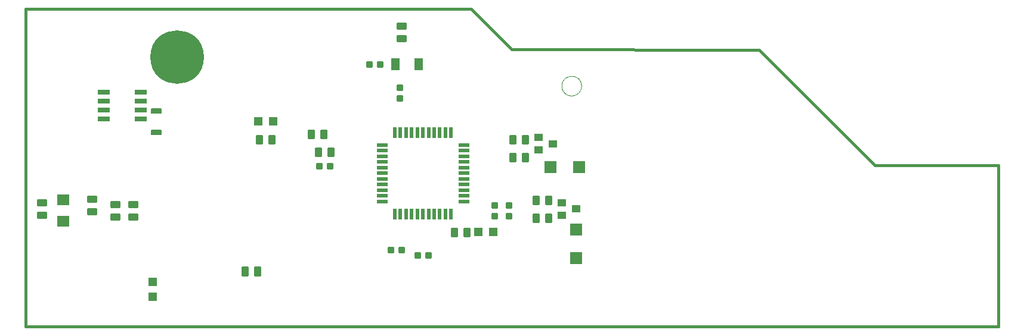
<source format=gtp>
G75*
%MOIN*%
%OFA0B0*%
%FSLAX25Y25*%
%IPPOS*%
%LPD*%
%AMOC8*
5,1,8,0,0,1.08239X$1,22.5*
%
%ADD10C,0.01500*%
%ADD11C,0.00000*%
%ADD12R,0.06969X0.07087*%
%ADD13C,0.01000*%
%ADD14R,0.04500X0.04000*%
%ADD15R,0.07087X0.06969*%
%ADD16R,0.06500X0.02500*%
%ADD17C,0.00600*%
%ADD18C,0.30000*%
%ADD19R,0.05906X0.01969*%
%ADD20R,0.01969X0.05906*%
%ADD21C,0.00875*%
%ADD22R,0.04724X0.07087*%
%ADD23R,0.04724X0.04724*%
%ADD24R,0.06600X0.06000*%
D10*
X0001750Y0006000D02*
X0545321Y0006000D01*
X0545321Y0096512D01*
X0476238Y0096512D01*
X0411750Y0161000D01*
X0273404Y0161512D01*
X0250864Y0184051D01*
X0001750Y0184051D01*
X0001750Y0006000D01*
D11*
X0301238Y0141000D02*
X0301240Y0141148D01*
X0301246Y0141296D01*
X0301256Y0141444D01*
X0301270Y0141591D01*
X0301288Y0141738D01*
X0301309Y0141884D01*
X0301335Y0142030D01*
X0301365Y0142175D01*
X0301398Y0142319D01*
X0301436Y0142462D01*
X0301477Y0142604D01*
X0301522Y0142745D01*
X0301570Y0142885D01*
X0301623Y0143024D01*
X0301679Y0143161D01*
X0301739Y0143296D01*
X0301802Y0143430D01*
X0301869Y0143562D01*
X0301940Y0143692D01*
X0302014Y0143820D01*
X0302091Y0143946D01*
X0302172Y0144070D01*
X0302256Y0144192D01*
X0302343Y0144311D01*
X0302434Y0144428D01*
X0302528Y0144543D01*
X0302624Y0144655D01*
X0302724Y0144765D01*
X0302826Y0144871D01*
X0302932Y0144975D01*
X0303040Y0145076D01*
X0303151Y0145174D01*
X0303264Y0145270D01*
X0303380Y0145362D01*
X0303498Y0145451D01*
X0303619Y0145536D01*
X0303742Y0145619D01*
X0303867Y0145698D01*
X0303994Y0145774D01*
X0304123Y0145846D01*
X0304254Y0145915D01*
X0304387Y0145980D01*
X0304522Y0146041D01*
X0304658Y0146099D01*
X0304795Y0146154D01*
X0304934Y0146204D01*
X0305075Y0146251D01*
X0305216Y0146294D01*
X0305359Y0146334D01*
X0305503Y0146369D01*
X0305647Y0146401D01*
X0305793Y0146428D01*
X0305939Y0146452D01*
X0306086Y0146472D01*
X0306233Y0146488D01*
X0306380Y0146500D01*
X0306528Y0146508D01*
X0306676Y0146512D01*
X0306824Y0146512D01*
X0306972Y0146508D01*
X0307120Y0146500D01*
X0307267Y0146488D01*
X0307414Y0146472D01*
X0307561Y0146452D01*
X0307707Y0146428D01*
X0307853Y0146401D01*
X0307997Y0146369D01*
X0308141Y0146334D01*
X0308284Y0146294D01*
X0308425Y0146251D01*
X0308566Y0146204D01*
X0308705Y0146154D01*
X0308842Y0146099D01*
X0308978Y0146041D01*
X0309113Y0145980D01*
X0309246Y0145915D01*
X0309377Y0145846D01*
X0309506Y0145774D01*
X0309633Y0145698D01*
X0309758Y0145619D01*
X0309881Y0145536D01*
X0310002Y0145451D01*
X0310120Y0145362D01*
X0310236Y0145270D01*
X0310349Y0145174D01*
X0310460Y0145076D01*
X0310568Y0144975D01*
X0310674Y0144871D01*
X0310776Y0144765D01*
X0310876Y0144655D01*
X0310972Y0144543D01*
X0311066Y0144428D01*
X0311157Y0144311D01*
X0311244Y0144192D01*
X0311328Y0144070D01*
X0311409Y0143946D01*
X0311486Y0143820D01*
X0311560Y0143692D01*
X0311631Y0143562D01*
X0311698Y0143430D01*
X0311761Y0143296D01*
X0311821Y0143161D01*
X0311877Y0143024D01*
X0311930Y0142885D01*
X0311978Y0142745D01*
X0312023Y0142604D01*
X0312064Y0142462D01*
X0312102Y0142319D01*
X0312135Y0142175D01*
X0312165Y0142030D01*
X0312191Y0141884D01*
X0312212Y0141738D01*
X0312230Y0141591D01*
X0312244Y0141444D01*
X0312254Y0141296D01*
X0312260Y0141148D01*
X0312262Y0141000D01*
X0312260Y0140852D01*
X0312254Y0140704D01*
X0312244Y0140556D01*
X0312230Y0140409D01*
X0312212Y0140262D01*
X0312191Y0140116D01*
X0312165Y0139970D01*
X0312135Y0139825D01*
X0312102Y0139681D01*
X0312064Y0139538D01*
X0312023Y0139396D01*
X0311978Y0139255D01*
X0311930Y0139115D01*
X0311877Y0138976D01*
X0311821Y0138839D01*
X0311761Y0138704D01*
X0311698Y0138570D01*
X0311631Y0138438D01*
X0311560Y0138308D01*
X0311486Y0138180D01*
X0311409Y0138054D01*
X0311328Y0137930D01*
X0311244Y0137808D01*
X0311157Y0137689D01*
X0311066Y0137572D01*
X0310972Y0137457D01*
X0310876Y0137345D01*
X0310776Y0137235D01*
X0310674Y0137129D01*
X0310568Y0137025D01*
X0310460Y0136924D01*
X0310349Y0136826D01*
X0310236Y0136730D01*
X0310120Y0136638D01*
X0310002Y0136549D01*
X0309881Y0136464D01*
X0309758Y0136381D01*
X0309633Y0136302D01*
X0309506Y0136226D01*
X0309377Y0136154D01*
X0309246Y0136085D01*
X0309113Y0136020D01*
X0308978Y0135959D01*
X0308842Y0135901D01*
X0308705Y0135846D01*
X0308566Y0135796D01*
X0308425Y0135749D01*
X0308284Y0135706D01*
X0308141Y0135666D01*
X0307997Y0135631D01*
X0307853Y0135599D01*
X0307707Y0135572D01*
X0307561Y0135548D01*
X0307414Y0135528D01*
X0307267Y0135512D01*
X0307120Y0135500D01*
X0306972Y0135492D01*
X0306824Y0135488D01*
X0306676Y0135488D01*
X0306528Y0135492D01*
X0306380Y0135500D01*
X0306233Y0135512D01*
X0306086Y0135528D01*
X0305939Y0135548D01*
X0305793Y0135572D01*
X0305647Y0135599D01*
X0305503Y0135631D01*
X0305359Y0135666D01*
X0305216Y0135706D01*
X0305075Y0135749D01*
X0304934Y0135796D01*
X0304795Y0135846D01*
X0304658Y0135901D01*
X0304522Y0135959D01*
X0304387Y0136020D01*
X0304254Y0136085D01*
X0304123Y0136154D01*
X0303994Y0136226D01*
X0303867Y0136302D01*
X0303742Y0136381D01*
X0303619Y0136464D01*
X0303498Y0136549D01*
X0303380Y0136638D01*
X0303264Y0136730D01*
X0303151Y0136826D01*
X0303040Y0136924D01*
X0302932Y0137025D01*
X0302826Y0137129D01*
X0302724Y0137235D01*
X0302624Y0137345D01*
X0302528Y0137457D01*
X0302434Y0137572D01*
X0302343Y0137689D01*
X0302256Y0137808D01*
X0302172Y0137930D01*
X0302091Y0138054D01*
X0302014Y0138180D01*
X0301940Y0138308D01*
X0301869Y0138438D01*
X0301802Y0138570D01*
X0301739Y0138704D01*
X0301679Y0138839D01*
X0301623Y0138976D01*
X0301570Y0139115D01*
X0301522Y0139255D01*
X0301477Y0139396D01*
X0301436Y0139538D01*
X0301398Y0139681D01*
X0301365Y0139825D01*
X0301335Y0139970D01*
X0301309Y0140116D01*
X0301288Y0140262D01*
X0301270Y0140409D01*
X0301256Y0140556D01*
X0301246Y0140704D01*
X0301240Y0140852D01*
X0301238Y0141000D01*
D12*
X0309250Y0060539D03*
X0309250Y0044461D03*
D13*
X0295250Y0064750D02*
X0292250Y0064750D01*
X0292250Y0069250D01*
X0295250Y0069250D01*
X0295250Y0064750D01*
X0295250Y0065749D02*
X0292250Y0065749D01*
X0292250Y0066748D02*
X0295250Y0066748D01*
X0295250Y0067747D02*
X0292250Y0067747D01*
X0292250Y0068746D02*
X0295250Y0068746D01*
X0288250Y0064750D02*
X0285250Y0064750D01*
X0285250Y0069250D01*
X0288250Y0069250D01*
X0288250Y0064750D01*
X0288250Y0065749D02*
X0285250Y0065749D01*
X0285250Y0066748D02*
X0288250Y0066748D01*
X0288250Y0067747D02*
X0285250Y0067747D01*
X0285250Y0068746D02*
X0288250Y0068746D01*
X0288250Y0074750D02*
X0285250Y0074750D01*
X0285250Y0079250D01*
X0288250Y0079250D01*
X0288250Y0074750D01*
X0288250Y0075749D02*
X0285250Y0075749D01*
X0285250Y0076748D02*
X0288250Y0076748D01*
X0288250Y0077747D02*
X0285250Y0077747D01*
X0285250Y0078746D02*
X0288250Y0078746D01*
X0292250Y0074750D02*
X0295250Y0074750D01*
X0292250Y0074750D02*
X0292250Y0079250D01*
X0295250Y0079250D01*
X0295250Y0074750D01*
X0295250Y0075749D02*
X0292250Y0075749D01*
X0292250Y0076748D02*
X0295250Y0076748D01*
X0295250Y0077747D02*
X0292250Y0077747D01*
X0292250Y0078746D02*
X0295250Y0078746D01*
X0282250Y0098750D02*
X0279250Y0098750D01*
X0279250Y0103250D01*
X0282250Y0103250D01*
X0282250Y0098750D01*
X0282250Y0099749D02*
X0279250Y0099749D01*
X0279250Y0100748D02*
X0282250Y0100748D01*
X0282250Y0101747D02*
X0279250Y0101747D01*
X0279250Y0102746D02*
X0282250Y0102746D01*
X0275250Y0098750D02*
X0272250Y0098750D01*
X0272250Y0103250D01*
X0275250Y0103250D01*
X0275250Y0098750D01*
X0275250Y0099749D02*
X0272250Y0099749D01*
X0272250Y0100748D02*
X0275250Y0100748D01*
X0275250Y0101747D02*
X0272250Y0101747D01*
X0272250Y0102746D02*
X0275250Y0102746D01*
X0275250Y0108750D02*
X0272250Y0108750D01*
X0272250Y0113250D01*
X0275250Y0113250D01*
X0275250Y0108750D01*
X0275250Y0109749D02*
X0272250Y0109749D01*
X0272250Y0110748D02*
X0275250Y0110748D01*
X0275250Y0111747D02*
X0272250Y0111747D01*
X0272250Y0112746D02*
X0275250Y0112746D01*
X0279250Y0108750D02*
X0282250Y0108750D01*
X0279250Y0108750D02*
X0279250Y0113250D01*
X0282250Y0113250D01*
X0282250Y0108750D01*
X0282250Y0109749D02*
X0279250Y0109749D01*
X0279250Y0110748D02*
X0282250Y0110748D01*
X0282250Y0111747D02*
X0279250Y0111747D01*
X0279250Y0112746D02*
X0282250Y0112746D01*
X0173750Y0101750D02*
X0170750Y0101750D01*
X0170750Y0106250D01*
X0173750Y0106250D01*
X0173750Y0101750D01*
X0173750Y0102749D02*
X0170750Y0102749D01*
X0170750Y0103748D02*
X0173750Y0103748D01*
X0173750Y0104747D02*
X0170750Y0104747D01*
X0170750Y0105746D02*
X0173750Y0105746D01*
X0166750Y0101750D02*
X0163750Y0101750D01*
X0163750Y0106250D01*
X0166750Y0106250D01*
X0166750Y0101750D01*
X0166750Y0102749D02*
X0163750Y0102749D01*
X0163750Y0103748D02*
X0166750Y0103748D01*
X0166750Y0104747D02*
X0163750Y0104747D01*
X0163750Y0105746D02*
X0166750Y0105746D01*
X0166750Y0116250D02*
X0169750Y0116250D01*
X0169750Y0111750D01*
X0166750Y0111750D01*
X0166750Y0116250D01*
X0166750Y0112749D02*
X0169750Y0112749D01*
X0169750Y0113748D02*
X0166750Y0113748D01*
X0166750Y0114747D02*
X0169750Y0114747D01*
X0169750Y0115746D02*
X0166750Y0115746D01*
X0162750Y0116250D02*
X0159750Y0116250D01*
X0162750Y0116250D02*
X0162750Y0111750D01*
X0159750Y0111750D01*
X0159750Y0116250D01*
X0159750Y0112749D02*
X0162750Y0112749D01*
X0162750Y0113748D02*
X0159750Y0113748D01*
X0159750Y0114747D02*
X0162750Y0114747D01*
X0162750Y0115746D02*
X0159750Y0115746D01*
X0140750Y0108750D02*
X0137750Y0108750D01*
X0137750Y0113250D01*
X0140750Y0113250D01*
X0140750Y0108750D01*
X0140750Y0109749D02*
X0137750Y0109749D01*
X0137750Y0110748D02*
X0140750Y0110748D01*
X0140750Y0111747D02*
X0137750Y0111747D01*
X0137750Y0112746D02*
X0140750Y0112746D01*
X0133750Y0108750D02*
X0130750Y0108750D01*
X0130750Y0113250D01*
X0133750Y0113250D01*
X0133750Y0108750D01*
X0133750Y0109749D02*
X0130750Y0109749D01*
X0130750Y0110748D02*
X0133750Y0110748D01*
X0133750Y0111747D02*
X0130750Y0111747D01*
X0130750Y0112746D02*
X0133750Y0112746D01*
X0041000Y0079000D02*
X0041000Y0076000D01*
X0036500Y0076000D01*
X0036500Y0079000D01*
X0041000Y0079000D01*
X0041000Y0076999D02*
X0036500Y0076999D01*
X0036500Y0077998D02*
X0041000Y0077998D01*
X0041000Y0078997D02*
X0036500Y0078997D01*
X0054000Y0076000D02*
X0054000Y0073000D01*
X0049500Y0073000D01*
X0049500Y0076000D01*
X0054000Y0076000D01*
X0054000Y0073999D02*
X0049500Y0073999D01*
X0049500Y0074998D02*
X0054000Y0074998D01*
X0054000Y0075997D02*
X0049500Y0075997D01*
X0064000Y0076000D02*
X0064000Y0073000D01*
X0059500Y0073000D01*
X0059500Y0076000D01*
X0064000Y0076000D01*
X0064000Y0073999D02*
X0059500Y0073999D01*
X0059500Y0074998D02*
X0064000Y0074998D01*
X0064000Y0075997D02*
X0059500Y0075997D01*
X0041000Y0072000D02*
X0041000Y0069000D01*
X0036500Y0069000D01*
X0036500Y0072000D01*
X0041000Y0072000D01*
X0041000Y0069999D02*
X0036500Y0069999D01*
X0036500Y0070998D02*
X0041000Y0070998D01*
X0041000Y0071997D02*
X0036500Y0071997D01*
X0054000Y0069000D02*
X0054000Y0066000D01*
X0049500Y0066000D01*
X0049500Y0069000D01*
X0054000Y0069000D01*
X0054000Y0066999D02*
X0049500Y0066999D01*
X0049500Y0067998D02*
X0054000Y0067998D01*
X0054000Y0068997D02*
X0049500Y0068997D01*
X0064000Y0069000D02*
X0064000Y0066000D01*
X0059500Y0066000D01*
X0059500Y0069000D01*
X0064000Y0069000D01*
X0064000Y0066999D02*
X0059500Y0066999D01*
X0059500Y0067998D02*
X0064000Y0067998D01*
X0064000Y0068997D02*
X0059500Y0068997D01*
X0013000Y0070000D02*
X0013000Y0067000D01*
X0008500Y0067000D01*
X0008500Y0070000D01*
X0013000Y0070000D01*
X0013000Y0067999D02*
X0008500Y0067999D01*
X0008500Y0068998D02*
X0013000Y0068998D01*
X0013000Y0069997D02*
X0008500Y0069997D01*
X0013000Y0074000D02*
X0013000Y0077000D01*
X0013000Y0074000D02*
X0008500Y0074000D01*
X0008500Y0077000D01*
X0013000Y0077000D01*
X0013000Y0074999D02*
X0008500Y0074999D01*
X0008500Y0075998D02*
X0013000Y0075998D01*
X0013000Y0076997D02*
X0008500Y0076997D01*
X0122778Y0034844D02*
X0125778Y0034844D01*
X0122778Y0034844D02*
X0122778Y0039344D01*
X0125778Y0039344D01*
X0125778Y0034844D01*
X0125778Y0035843D02*
X0122778Y0035843D01*
X0122778Y0036842D02*
X0125778Y0036842D01*
X0125778Y0037841D02*
X0122778Y0037841D01*
X0122778Y0038840D02*
X0125778Y0038840D01*
X0129778Y0034844D02*
X0132778Y0034844D01*
X0129778Y0034844D02*
X0129778Y0039344D01*
X0132778Y0039344D01*
X0132778Y0034844D01*
X0132778Y0035843D02*
X0129778Y0035843D01*
X0129778Y0036842D02*
X0132778Y0036842D01*
X0132778Y0037841D02*
X0129778Y0037841D01*
X0129778Y0038840D02*
X0132778Y0038840D01*
X0239750Y0061250D02*
X0242750Y0061250D01*
X0242750Y0056750D01*
X0239750Y0056750D01*
X0239750Y0061250D01*
X0239750Y0057749D02*
X0242750Y0057749D01*
X0242750Y0058748D02*
X0239750Y0058748D01*
X0239750Y0059747D02*
X0242750Y0059747D01*
X0242750Y0060746D02*
X0239750Y0060746D01*
X0246750Y0061250D02*
X0249750Y0061250D01*
X0249750Y0056750D01*
X0246750Y0056750D01*
X0246750Y0061250D01*
X0246750Y0057749D02*
X0249750Y0057749D01*
X0249750Y0058748D02*
X0246750Y0058748D01*
X0246750Y0059747D02*
X0249750Y0059747D01*
X0249750Y0060746D02*
X0246750Y0060746D01*
X0214000Y0166000D02*
X0214000Y0169000D01*
X0214000Y0166000D02*
X0209500Y0166000D01*
X0209500Y0169000D01*
X0214000Y0169000D01*
X0214000Y0166999D02*
X0209500Y0166999D01*
X0209500Y0167998D02*
X0214000Y0167998D01*
X0214000Y0168997D02*
X0209500Y0168997D01*
X0214000Y0173000D02*
X0214000Y0176000D01*
X0214000Y0173000D02*
X0209500Y0173000D01*
X0209500Y0176000D01*
X0214000Y0176000D01*
X0214000Y0173999D02*
X0209500Y0173999D01*
X0209500Y0174998D02*
X0214000Y0174998D01*
X0214000Y0175997D02*
X0209500Y0175997D01*
D14*
X0288250Y0112000D03*
X0296250Y0108500D03*
X0288250Y0105000D03*
X0301250Y0075500D03*
X0309250Y0072000D03*
X0301250Y0068500D03*
D15*
X0294900Y0095437D03*
X0310978Y0095437D03*
D16*
X0066050Y0122500D03*
X0066050Y0127500D03*
X0066050Y0132500D03*
X0066050Y0137500D03*
X0045450Y0137500D03*
X0045450Y0132500D03*
X0045450Y0127500D03*
X0045450Y0122500D03*
D17*
X0072050Y0125800D02*
X0077450Y0125800D01*
X0072050Y0125800D02*
X0072050Y0128200D01*
X0077450Y0128200D01*
X0077450Y0125800D01*
X0077450Y0126399D02*
X0072050Y0126399D01*
X0072050Y0126998D02*
X0077450Y0126998D01*
X0077450Y0127597D02*
X0072050Y0127597D01*
X0072050Y0128196D02*
X0077450Y0128196D01*
X0077450Y0113800D02*
X0072050Y0113800D01*
X0072050Y0116200D01*
X0077450Y0116200D01*
X0077450Y0113800D01*
X0077450Y0114399D02*
X0072050Y0114399D01*
X0072050Y0114998D02*
X0077450Y0114998D01*
X0077450Y0115597D02*
X0072050Y0115597D01*
X0072050Y0116196D02*
X0077450Y0116196D01*
D18*
X0086250Y0157000D03*
D19*
X0200915Y0107748D03*
X0200915Y0104598D03*
X0200915Y0101449D03*
X0200915Y0098299D03*
X0200915Y0095150D03*
X0200915Y0092000D03*
X0200915Y0088850D03*
X0200915Y0085701D03*
X0200915Y0082551D03*
X0200915Y0079402D03*
X0200915Y0076252D03*
X0246585Y0076252D03*
X0246585Y0079402D03*
X0246585Y0082551D03*
X0246585Y0085701D03*
X0246585Y0088850D03*
X0246585Y0092000D03*
X0246585Y0095150D03*
X0246585Y0098299D03*
X0246585Y0101449D03*
X0246585Y0104598D03*
X0246585Y0107748D03*
D20*
X0239498Y0114835D03*
X0236348Y0114835D03*
X0233199Y0114835D03*
X0230049Y0114835D03*
X0226900Y0114835D03*
X0223750Y0114835D03*
X0220600Y0114835D03*
X0217451Y0114835D03*
X0214301Y0114835D03*
X0211152Y0114835D03*
X0208002Y0114835D03*
X0208002Y0069165D03*
X0211152Y0069165D03*
X0214301Y0069165D03*
X0217451Y0069165D03*
X0220600Y0069165D03*
X0223750Y0069165D03*
X0226900Y0069165D03*
X0230049Y0069165D03*
X0233199Y0069165D03*
X0236348Y0069165D03*
X0239498Y0069165D03*
D21*
X0262437Y0069313D02*
X0262437Y0066687D01*
X0262437Y0069313D02*
X0265063Y0069313D01*
X0265063Y0066687D01*
X0262437Y0066687D01*
X0262437Y0067561D02*
X0265063Y0067561D01*
X0265063Y0068435D02*
X0262437Y0068435D01*
X0262437Y0069309D02*
X0265063Y0069309D01*
X0270437Y0069313D02*
X0270437Y0066687D01*
X0270437Y0069313D02*
X0273063Y0069313D01*
X0273063Y0066687D01*
X0270437Y0066687D01*
X0270437Y0067561D02*
X0273063Y0067561D01*
X0273063Y0068435D02*
X0270437Y0068435D01*
X0270437Y0069309D02*
X0273063Y0069309D01*
X0270437Y0072687D02*
X0270437Y0075313D01*
X0273063Y0075313D01*
X0273063Y0072687D01*
X0270437Y0072687D01*
X0270437Y0073561D02*
X0273063Y0073561D01*
X0273063Y0074435D02*
X0270437Y0074435D01*
X0270437Y0075309D02*
X0273063Y0075309D01*
X0262437Y0075313D02*
X0262437Y0072687D01*
X0262437Y0075313D02*
X0265063Y0075313D01*
X0265063Y0072687D01*
X0262437Y0072687D01*
X0262437Y0073561D02*
X0265063Y0073561D01*
X0265063Y0074435D02*
X0262437Y0074435D01*
X0262437Y0075309D02*
X0265063Y0075309D01*
X0213063Y0047687D02*
X0210437Y0047687D01*
X0210437Y0050313D01*
X0213063Y0050313D01*
X0213063Y0047687D01*
X0213063Y0048561D02*
X0210437Y0048561D01*
X0210437Y0049435D02*
X0213063Y0049435D01*
X0213063Y0050309D02*
X0210437Y0050309D01*
X0207063Y0047687D02*
X0204437Y0047687D01*
X0204437Y0050313D01*
X0207063Y0050313D01*
X0207063Y0047687D01*
X0207063Y0048561D02*
X0204437Y0048561D01*
X0204437Y0049435D02*
X0207063Y0049435D01*
X0207063Y0050309D02*
X0204437Y0050309D01*
X0219437Y0047313D02*
X0222063Y0047313D01*
X0222063Y0044687D01*
X0219437Y0044687D01*
X0219437Y0047313D01*
X0219437Y0045561D02*
X0222063Y0045561D01*
X0222063Y0046435D02*
X0219437Y0046435D01*
X0219437Y0047309D02*
X0222063Y0047309D01*
X0225437Y0047313D02*
X0228063Y0047313D01*
X0228063Y0044687D01*
X0225437Y0044687D01*
X0225437Y0047313D01*
X0225437Y0045561D02*
X0228063Y0045561D01*
X0228063Y0046435D02*
X0225437Y0046435D01*
X0225437Y0047309D02*
X0228063Y0047309D01*
X0173063Y0097313D02*
X0170437Y0097313D01*
X0173063Y0097313D02*
X0173063Y0094687D01*
X0170437Y0094687D01*
X0170437Y0097313D01*
X0170437Y0095561D02*
X0173063Y0095561D01*
X0173063Y0096435D02*
X0170437Y0096435D01*
X0170437Y0097309D02*
X0173063Y0097309D01*
X0167063Y0097313D02*
X0164437Y0097313D01*
X0167063Y0097313D02*
X0167063Y0094687D01*
X0164437Y0094687D01*
X0164437Y0097313D01*
X0164437Y0095561D02*
X0167063Y0095561D01*
X0167063Y0096435D02*
X0164437Y0096435D01*
X0164437Y0097309D02*
X0167063Y0097309D01*
X0212063Y0132687D02*
X0212063Y0135313D01*
X0212063Y0132687D02*
X0209437Y0132687D01*
X0209437Y0135313D01*
X0212063Y0135313D01*
X0212063Y0133561D02*
X0209437Y0133561D01*
X0209437Y0134435D02*
X0212063Y0134435D01*
X0212063Y0135309D02*
X0209437Y0135309D01*
X0212063Y0138687D02*
X0212063Y0141313D01*
X0212063Y0138687D02*
X0209437Y0138687D01*
X0209437Y0141313D01*
X0212063Y0141313D01*
X0212063Y0139561D02*
X0209437Y0139561D01*
X0209437Y0140435D02*
X0212063Y0140435D01*
X0212063Y0141309D02*
X0209437Y0141309D01*
X0201063Y0154313D02*
X0198437Y0154313D01*
X0201063Y0154313D02*
X0201063Y0151687D01*
X0198437Y0151687D01*
X0198437Y0154313D01*
X0198437Y0152561D02*
X0201063Y0152561D01*
X0201063Y0153435D02*
X0198437Y0153435D01*
X0198437Y0154309D02*
X0201063Y0154309D01*
X0195063Y0154313D02*
X0192437Y0154313D01*
X0195063Y0154313D02*
X0195063Y0151687D01*
X0192437Y0151687D01*
X0192437Y0154313D01*
X0192437Y0152561D02*
X0195063Y0152561D01*
X0195063Y0153435D02*
X0192437Y0153435D01*
X0192437Y0154309D02*
X0195063Y0154309D01*
D22*
X0208254Y0153000D03*
X0221246Y0153000D03*
D23*
X0139884Y0121000D03*
X0131616Y0121000D03*
X0254616Y0059000D03*
X0262884Y0059000D03*
X0072750Y0031134D03*
X0072750Y0022866D03*
D24*
X0022750Y0065000D03*
X0022750Y0077000D03*
M02*

</source>
